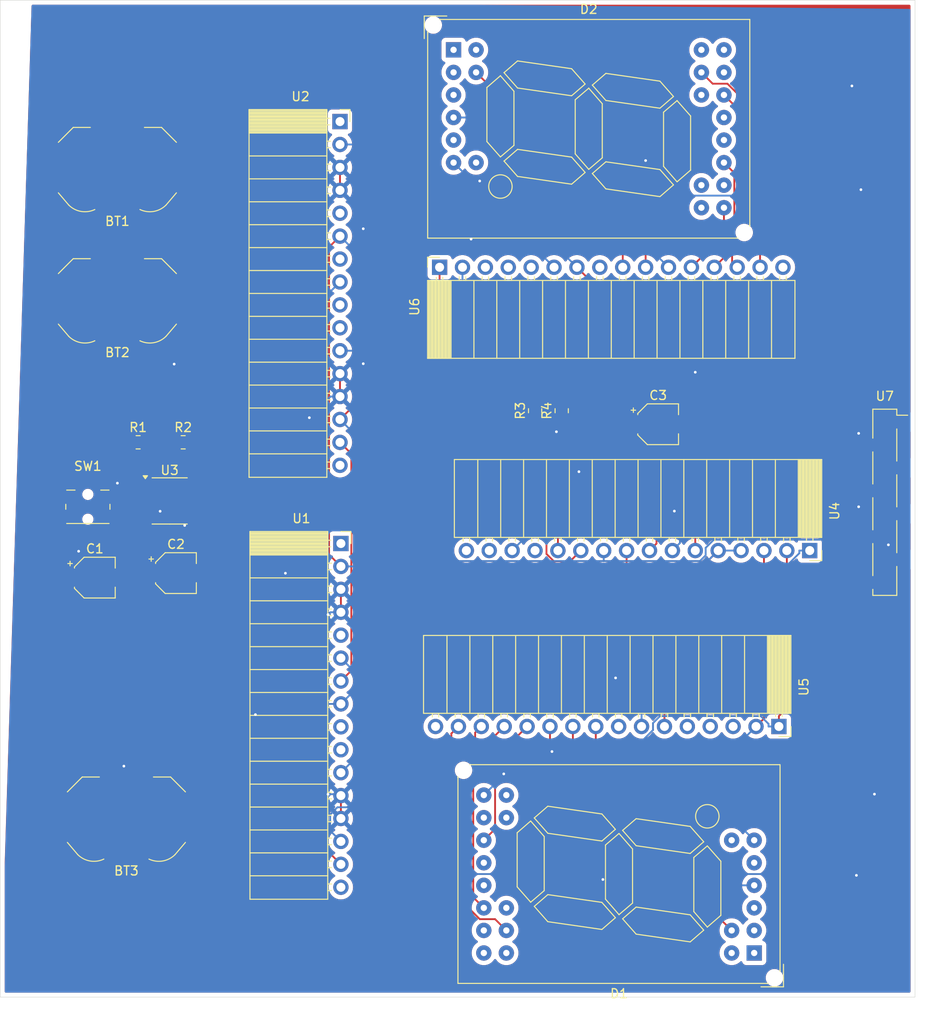
<source format=kicad_pcb>
(kicad_pcb (version 20241229) (generator "pcbnew") (generator_version "9.0")
  (layers (0 "F.Cu" signal) (2 "B.Cu" signal) (13 "F.Paste" user) (15 "B.Paste" user) (5 "F.SilkS" user "F.Silkscreen") (7 "B.SilkS" user "B.Silkscreen") (1 "F.Mask" user) (3 "B.Mask" user) (25 "Edge.Cuts" user))
  (net 0 "")
  (net 1 "GND")
  (net 2 "Net-(BT1--)")
  (net 3 "Net-(BT3--)")
  (net 4 "Net-(U3-CV)")
  (net 5 "Net-(C1-Pad2)")
  (net 6 "Net-(U3-THR)")
  (net 7 "Net-(U4-CO)")
  (net 8 "Net-(U4-VEE)")
  (net 13 "Net-(D1-e-red)")
  (net 15 "Net-(D1-b-red)")
  (net 17 "Net-(D1-c-red)")
  (net 20 "Net-(D1-a-red)")
  (net 22 "Net-(D1-g-red)")
  (net 24 "Net-(D1-d-red)")
  (net 29 "Net-(D1-f-red)")
  (net 31 "Net-(D2-f-red)")
  (net 33 "Net-(D2-b-red)")
  (net 38 "Net-(D2-d-red)")
  (net 39 "Net-(D2-g-red)")
  (net 43 "Net-(D2-e-red)")
  (net 46 "Net-(D2-a-red)")
  (net 47 "Net-(D2-c-red)")
  (net 53 "Net-(U3-R)")
  (net 54 "Net-(U3-DIS)")
  (net 55 "Net-(U4-IOUT)")
  (net 56 "Net-(U7--)")
  (net 57 "Net-(R4-Pad2)")
  (net 59 "Net-(U1-Cout)")
  (net 60 "0")
  (net 62 "Net-(U1-Q1)")
  (net 63 "Net-(U1-CK)")
  (net 64 "Net-(U1-Q4)")
  (net 66 "Net-(U1-Q3)")
  (net 69 "Net-(U1-Q2)")
  (net 70 "Net-(U2-Q4)")
  (net 71 "Net-(U2-Q3)")
  (net 76 "Net-(U2-Q2)")
  (footprint "Battery:BatteryHolder_LINX_BAT-HLD-012-SMT" (layer "F.Cu") (at 95.5 66)
    (property "Reference" "BT1" (at 0 6 0) (layer "F.SilkS"))
    (property "Value" "Battery")
    (pad "1" smd rect (at -7.6 0) (size 2.5 5.1) (layers "F.Cu" "F.Mask" "F.Paste") (net 1 "GND"))
    (pad "1" smd rect (at 7.6 0) (size 2.5 5.1) (layers "F.Cu" "F.Mask" "F.Paste") (net 1 "GND"))
    (pad "2" smd circle (at 0 0) (size 10.2 10.2) (layers "F.Cu" "F.Mask") (net 2 "Net-(BT1--)"))
  )
  (footprint "Connector_PinSocket_2.54mm:PinSocket_1x16_P2.54mm_Horizontal" (layer "F.Cu") (at 131.25 77.1 90)
    (property "Reference" "U6" (at -4.38 -2.77 90) (layer "F.SilkS"))
    (property "Value" "4511")
    (pad "1" thru_hole rect (at 0 0 90) (size 1.7 1.7) (drill 1) (layers "*.Cu" "*.Mask") (net 71 "Net-(U2-Q3)"))
    (pad "2" thru_hole circle (at 0 2.54 90) (size 1.7 1.7) (drill 1) (layers "*.Cu" "*.Mask") (net 76 "Net-(U2-Q2)"))
    (pad "3" thru_hole circle (at 0 5.08 90) (size 1.7 1.7) (drill 1) (layers "*.Cu" "*.Mask"))
    (pad "4" thru_hole circle (at 0 7.62 90) (size 1.7 1.7) (drill 1) (layers "*.Cu" "*.Mask"))
    (pad "5" thru_hole circle (at 0 10.16 90) (size 1.7 1.7) (drill 1) (layers "*.Cu" "*.Mask"))
    (pad "6" thru_hole circle (at 0 12.7 90) (size 1.7 1.7) (drill 1) (layers "*.Cu" "*.Mask") (net 64 "Net-(U1-Q4)"))
    (pad "7" thru_hole circle (at 0 15.24 90) (size 1.7 1.7) (drill 1) (layers "*.Cu" "*.Mask") (net 70 "Net-(U2-Q4)"))
    (pad "8" thru_hole circle (at 0 17.78 90) (size 1.7 1.7) (drill 1) (layers "*.Cu" "*.Mask"))
    (pad "9" thru_hole circle (at 0 20.32 90) (size 1.7 1.7) (drill 1) (layers "*.Cu" "*.Mask") (net 43 "Net-(D2-e-red)"))
    (pad "10" thru_hole circle (at 0 22.86 90) (size 1.7 1.7) (drill 1) (layers "*.Cu" "*.Mask") (net 38 "Net-(D2-d-red)"))
    (pad "11" thru_hole circle (at 0 25.4 90) (size 1.7 1.7) (drill 1) (layers "*.Cu" "*.Mask") (net 47 "Net-(D2-c-red)"))
    (pad "12" thru_hole circle (at 0 27.94 90) (size 1.7 1.7) (drill 1) (layers "*.Cu" "*.Mask") (net 33 "Net-(D2-b-red)"))
    (pad "13" thru_hole circle (at 0 30.48 90) (size 1.7 1.7) (drill 1) (layers "*.Cu" "*.Mask") (net 46 "Net-(D2-a-red)"))
    (pad "14" thru_hole circle (at 0 33.02 90) (size 1.7 1.7) (drill 1) (layers "*.Cu" "*.Mask") (net 39 "Net-(D2-g-red)"))
    (pad "15" thru_hole circle (at 0 35.56 90) (size 1.7 1.7) (drill 1) (layers "*.Cu" "*.Mask") (net 31 "Net-(D2-f-red)"))
    (pad "16" thru_hole circle (at 0 38.1 90) (size 1.7 1.7) (drill 1) (layers "*.Cu" "*.Mask"))
  )
  (footprint "Connector_PinSocket_2.54mm:PinSocket_1x16_P2.54mm_Horizontal" (layer "F.Cu") (at 168.9 128 -90)
    (property "Reference" "U5" (at -4.38 -2.77 90) (layer "F.SilkS"))
    (property "Value" "4511")
    (pad "1" thru_hole rect (at 0 0 270) (size 1.7 1.7) (drill 1) (layers "*.Cu" "*.Mask") (net 69 "Net-(U1-Q2)"))
    (pad "2" thru_hole circle (at 0 2.54 270) (size 1.7 1.7) (drill 1) (layers "*.Cu" "*.Mask") (net 66 "Net-(U1-Q3)"))
    (pad "3" thru_hole circle (at 0 5.08 270) (size 1.7 1.7) (drill 1) (layers "*.Cu" "*.Mask"))
    (pad "4" thru_hole circle (at 0 7.62 270) (size 1.7 1.7) (drill 1) (layers "*.Cu" "*.Mask"))
    (pad "5" thru_hole circle (at 0 10.16 270) (size 1.7 1.7) (drill 1) (layers "*.Cu" "*.Mask"))
    (pad "6" thru_hole circle (at 0 12.7 270) (size 1.7 1.7) (drill 1) (layers "*.Cu" "*.Mask") (net 64 "Net-(U1-Q4)"))
    (pad "7" thru_hole circle (at 0 15.24 270) (size 1.7 1.7) (drill 1) (layers "*.Cu" "*.Mask") (net 62 "Net-(U1-Q1)"))
    (pad "8" thru_hole circle (at 0 17.78 270) (size 1.7 1.7) (drill 1) (layers "*.Cu" "*.Mask"))
    (pad "9" thru_hole circle (at 0 20.32 270) (size 1.7 1.7) (drill 1) (layers "*.Cu" "*.Mask") (net 13 "Net-(D1-e-red)"))
    (pad "10" thru_hole circle (at 0 22.86 270) (size 1.7 1.7) (drill 1) (layers "*.Cu" "*.Mask") (net 24 "Net-(D1-d-red)"))
    (pad "11" thru_hole circle (at 0 25.4 270) (size 1.7 1.7) (drill 1) (layers "*.Cu" "*.Mask") (net 17 "Net-(D1-c-red)"))
    (pad "12" thru_hole circle (at 0 27.94 270) (size 1.7 1.7) (drill 1) (layers "*.Cu" "*.Mask") (net 15 "Net-(D1-b-red)"))
    (pad "13" thru_hole circle (at 0 30.48 270) (size 1.7 1.7) (drill 1) (layers "*.Cu" "*.Mask") (net 20 "Net-(D1-a-red)"))
    (pad "14" thru_hole circle (at 0 33.02 270) (size 1.7 1.7) (drill 1) (layers "*.Cu" "*.Mask") (net 22 "Net-(D1-g-red)"))
    (pad "15" thru_hole circle (at 0 35.56 270) (size 1.7 1.7) (drill 1) (layers "*.Cu" "*.Mask") (net 29 "Net-(D1-f-red)"))
    (pad "16" thru_hole circle (at 0 38.1 270) (size 1.7 1.7) (drill 1) (layers "*.Cu" "*.Mask"))
  )
  (footprint "Capacitor_SMD:CP_Elec_4x5.8" (layer "F.Cu") (at 102 111)
    (property "Reference" "C2" (at 0 -3.2 0) (layer "F.SilkS"))
    (property "Value" "C")
    (pad "1" smd roundrect (at -1.8 0) (size 2.6 1.6) (layers "F.Cu" "F.Mask" "F.Paste") (roundrect_rratio 0.15625) (net 6 "Net-(U3-THR)"))
    (pad "2" smd roundrect (at 1.8 0) (size 2.6 1.6) (layers "F.Cu" "F.Mask" "F.Paste") (roundrect_rratio 0.15625) (net 5 "Net-(C1-Pad2)"))
  )
  (footprint "Battery:BatteryHolder_LINX_BAT-HLD-012-SMT" (layer "F.Cu") (at 96.5 138)
    (property "Reference" "BT3" (at 0 6 0) (layer "F.SilkS"))
    (property "Value" "Battery")
    (pad "1" smd rect (at -7.6 0) (size 2.5 5.1) (layers "F.Cu" "F.Mask" "F.Paste") (net 1 "GND"))
    (pad "1" smd rect (at 7.6 0) (size 2.5 5.1) (layers "F.Cu" "F.Mask" "F.Paste") (net 1 "GND"))
    (pad "2" smd circle (at 0 0) (size 10.2 10.2) (layers "F.Cu" "F.Mask") (net 3 "Net-(BT3--)"))
  )
  (footprint "Battery:BatteryHolder_LINX_BAT-HLD-012-SMT" (layer "F.Cu") (at 95.5 80.55)
    (property "Reference" "BT2" (at 0 6 0) (layer "F.SilkS"))
    (property "Value" "Battery")
    (pad "1" smd rect (at -7.6 0) (size 2.5 5.1) (layers "F.Cu" "F.Mask" "F.Paste") (net 1 "GND"))
    (pad "1" smd rect (at 7.6 0) (size 2.5 5.1) (layers "F.Cu" "F.Mask" "F.Paste") (net 1 "GND"))
    (pad "2" smd circle (at 0 0) (size 10.2 10.2) (layers "F.Cu" "F.Mask") (net 2 "Net-(BT1--)"))
  )
  (footprint "Resistor_SMD:R_0805_2012Metric_Pad1.20x1.40mm_HandSolder" (layer "F.Cu") (at 97.8 96.5)
    (property "Reference" "R1" (at 0 -1.65 0) (layer "F.SilkS"))
    (property "Value" "R")
    (pad "1" smd roundrect (at -1 0) (size 1.2 1.4) (layers "F.Cu" "F.Mask" "F.Paste") (roundrect_rratio 0.208333) (net 3 "Net-(BT3--)"))
    (pad "2" smd roundrect (at 1 0) (size 1.2 1.4) (layers "F.Cu" "F.Mask" "F.Paste") (roundrect_rratio 0.208333) (net 53 "Net-(U3-R)"))
  )
  (footprint "Resistor_SMD:R_0805_2012Metric_Pad1.20x1.40mm_HandSolder" (layer "F.Cu") (at 102.8 96.5)
    (property "Reference" "R2" (at 0 -1.65 0) (layer "F.SilkS"))
    (property "Value" "R")
    (pad "1" smd roundrect (at -1 0) (size 1.2 1.4) (layers "F.Cu" "F.Mask" "F.Paste") (roundrect_rratio 0.208333) (net 3 "Net-(BT3--)"))
    (pad "2" smd roundrect (at 1 0) (size 1.2 1.4) (layers "F.Cu" "F.Mask" "F.Paste") (roundrect_rratio 0.208333) (net 54 "Net-(U3-DIS)"))
  )
  (footprint "Connector_PinSocket_2.54mm:PinSocket_1x16_P2.54mm_Horizontal" (layer "F.Cu") (at 120.2 60.95)
    (property "Reference" "U2" (at -4.38 -2.77 0) (layer "F.SilkS"))
    (property "Value" "4029")
    (pad "1" thru_hole rect (at 0 0) (size 1.7 1.7) (drill 1) (layers "*.Cu" "*.Mask"))
    (pad "2" thru_hole circle (at 0 2.54) (size 1.7 1.7) (drill 1) (layers "*.Cu" "*.Mask") (net 70 "Net-(U2-Q4)"))
    (pad "3" thru_hole circle (at 0 5.08) (size 1.7 1.7) (drill 1) (layers "*.Cu" "*.Mask") (net 60 "0"))
    (pad "4" thru_hole circle (at 0 7.62) (size 1.7 1.7) (drill 1) (layers "*.Cu" "*.Mask") (net 60 "0"))
    (pad "5" thru_hole circle (at 0 10.16) (size 1.7 1.7) (drill 1) (layers "*.Cu" "*.Mask"))
    (pad "6" thru_hole circle (at 0 12.7) (size 1.7 1.7) (drill 1) (layers "*.Cu" "*.Mask") (net 64 "Net-(U1-Q4)"))
    (pad "7" thru_hole circle (at 0 15.24) (size 1.7 1.7) (drill 1) (layers "*.Cu" "*.Mask"))
    (pad "8" thru_hole circle (at 0 17.78) (size 1.7 1.7) (drill 1) (layers "*.Cu" "*.Mask") (net 3 "Net-(BT3--)"))
    (pad "9" thru_hole circle (at 0 20.32) (size 1.7 1.7) (drill 1) (layers "*.Cu" "*.Mask"))
    (pad "10" thru_hole circle (at 0 22.86) (size 1.7 1.7) (drill 1) (layers "*.Cu" "*.Mask"))
    (pad "11" thru_hole circle (at 0 25.4) (size 1.7 1.7) (drill 1) (layers "*.Cu" "*.Mask") (net 76 "Net-(U2-Q2)"))
    (pad "12" thru_hole circle (at 0 27.94) (size 1.7 1.7) (drill 1) (layers "*.Cu" "*.Mask") (net 60 "0"))
    (pad "13" thru_hole circle (at 0 30.48) (size 1.7 1.7) (drill 1) (layers "*.Cu" "*.Mask") (net 60 "0"))
    (pad "14" thru_hole circle (at 0 33.02) (size 1.7 1.7) (drill 1) (layers "*.Cu" "*.Mask") (net 71 "Net-(U2-Q3)"))
    (pad "15" thru_hole circle (at 0 35.56) (size 1.7 1.7) (drill 1) (layers "*.Cu" "*.Mask") (net 59 "Net-(U1-Cout)"))
    (pad "16" thru_hole circle (at 0 38.1) (size 1.7 1.7) (drill 1) (layers "*.Cu" "*.Mask"))
  )
  (footprint "Display_7Segment:AD-121F2" (layer "F.Cu") (at 132.8 53)
    (property "Reference" "D2" (at 15 -4.5 0) (layer "F.SilkS"))
    (property "Value" "AD-121F2")
    (pad "" np_thru_hole circle (at -2.25 -2.75) (size 1.45 1.45) (drill 1.45) (layers "*.Cu" "*.Mask"))
    (pad "" np_thru_hole circle (at 32.25 20.25) (size 1.45 1.45) (drill 1.45) (layers "*.Cu" "*.Mask"))
    (pad "1" thru_hole rect (at 0 0) (size 1.7 1.7) (drill 0.7) (layers "*.Cu" "*.Mask"))
    (pad "2" thru_hole circle (at 0 2.5) (size 1.7 1.7) (drill 0.7) (layers "*.Cu" "*.Mask"))
    (pad "3" thru_hole circle (at 0 5) (size 1.7 1.7) (drill 0.7) (layers "*.Cu" "*.Mask"))
    (pad "4" thru_hole circle (at 0 7.5) (size 1.7 1.7) (drill 0.7) (layers "*.Cu" "*.Mask") (net 38 "Net-(D2-d-red)"))
    (pad "5" thru_hole circle (at 0 10) (size 1.7 1.7) (drill 0.7) (layers "*.Cu" "*.Mask"))
    (pad "6" thru_hole circle (at 0 12.5) (size 1.7 1.7) (drill 0.7) (layers "*.Cu" "*.Mask") (net 47 "Net-(D2-c-red)"))
    (pad "9" thru_hole circle (at 2.5 0) (size 1.7 1.7) (drill 0.7) (layers "*.Cu" "*.Mask"))
    (pad "10" thru_hole circle (at 2.5 2.5) (size 1.7 1.7) (drill 0.7) (layers "*.Cu" "*.Mask") (net 43 "Net-(D2-e-red)"))
    (pad "11" thru_hole circle (at 2.5 12.5) (size 1.7 1.7) (drill 0.7) (layers "*.Cu" "*.Mask"))
    (pad "13" thru_hole circle (at 27.5 0) (size 1.7 1.7) (drill 0.7) (layers "*.Cu" "*.Mask"))
    (pad "14" thru_hole circle (at 27.5 2.5) (size 1.7 1.7) (drill 0.7) (layers "*.Cu" "*.Mask") (net 31 "Net-(D2-f-red)"))
    (pad "15" thru_hole circle (at 27.5 5) (size 1.7 1.7) (drill 0.7) (layers "*.Cu" "*.Mask"))
    (pad "16" thru_hole circle (at 27.5 15) (size 1.7 1.7) (drill 0.7) (layers "*.Cu" "*.Mask"))
    (pad "17" thru_hole circle (at 27.5 17.5) (size 1.7 1.7) (drill 0.7) (layers "*.Cu" "*.Mask"))
    (pad "18" thru_hole circle (at 30 0) (size 1.7 1.7) (drill 0.7) (layers "*.Cu" "*.Mask"))
    (pad "19" thru_hole circle (at 30 2.5) (size 1.7 1.7) (drill 0.7) (layers "*.Cu" "*.Mask"))
    (pad "20" thru_hole circle (at 30 5) (size 1.7 1.7) (drill 0.7) (layers "*.Cu" "*.Mask") (net 39 "Net-(D2-g-red)"))
    (pad "21" thru_hole circle (at 30 7.5) (size 1.7 1.7) (drill 0.7) (layers "*.Cu" "*.Mask"))
    (pad "22" thru_hole circle (at 30 10) (size 1.7 1.7) (drill 0.7) (layers "*.Cu" "*.Mask"))
    (pad "23" thru_hole circle (at 30 12.5) (size 1.7 1.7) (drill 0.7) (layers "*.Cu" "*.Mask") (net 46 "Net-(D2-a-red)"))
    (pad "24" thru_hole circle (at 30 15) (size 1.7 1.7) (drill 0.7) (layers "*.Cu" "*.Mask"))
    (pad "25" thru_hole circle (at 30 17.5) (size 1.7 1.7) (drill 0.7) (layers "*.Cu" "*.Mask") (net 33 "Net-(D2-b-red)"))
  )
  (footprint "Connector_PinSocket_2.54mm:PinSocket_1x08_P2.54mm_Vertical_SMD_Pin1Right" (layer "F.Cu") (at 180.65 103.15)
    (property "Reference" "U7" (at 0 -11.76 0) (layer "F.SilkS"))
    (property "Value" "LM741")
    (pad "1" smd rect (at 1.65 -8.89) (size 1.9 1) (layers "F.Cu" "F.Mask" "F.Paste"))
    (pad "2" smd rect (at -1.65 -6.35) (size 1.9 1) (layers "F.Cu" "F.Mask" "F.Paste") (net 56 "Net-(U7--)"))
    (pad "3" smd rect (at 1.65 -3.81) (size 1.9 1) (layers "F.Cu" "F.Mask" "F.Paste") (net 1 "GND"))
    (pad "4" smd rect (at -1.65 -1.27) (size 1.9 1) (layers "F.Cu" "F.Mask" "F.Paste") (net 1 "GND"))
    (pad "5" smd rect (at 1.65 1.27) (size 1.9 1) (layers "F.Cu" "F.Mask" "F.Paste"))
    (pad "6" smd rect (at -1.65 3.81) (size 1.9 1) (layers "F.Cu" "F.Mask" "F.Paste") (net 57 "Net-(R4-Pad2)"))
    (pad "7" smd rect (at 1.65 6.35) (size 1.9 1) (layers "F.Cu" "F.Mask" "F.Paste") (net 2 "Net-(BT1--)"))
    (pad "8" smd rect (at -1.65 8.89) (size 1.9 1) (layers "F.Cu" "F.Mask" "F.Paste"))
  )
  (footprint "Package_SO:SOIC-8_3.9x4.9mm_P1.27mm" (layer "F.Cu") (at 101.3 103)
    (property "Reference" "U3" (at 0 -3.4 0) (layer "F.SilkS"))
    (property "Value" "NE555D")
    (pad "1" smd roundrect (at -2.475 -1.905) (size 1.95 0.6) (layers "F.Cu" "F.Mask" "F.Paste") (net 1 "GND"))
    (pad "2" smd roundrect (at -2.475 -0.635) (size 1.95 0.6) (layers "F.Cu" "F.Mask" "F.Paste") (net 3 "Net-(BT3--)"))
    (pad "3" smd roundrect (at -2.475 0.635) (size 1.95 0.6) (layers "F.Cu" "F.Mask" "F.Paste") (net 63 "Net-(U1-CK)"))
    (pad "4" smd roundrect (at -2.475 1.905) (size 1.95 0.6) (layers "F.Cu" "F.Mask" "F.Paste") (net 53 "Net-(U3-R)"))
    (pad "5" smd roundrect (at 2.475 1.905) (size 1.95 0.6) (layers "F.Cu" "F.Mask" "F.Paste") (net 4 "Net-(U3-CV)"))
    (pad "6" smd roundrect (at 2.475 0.635) (size 1.95 0.6) (layers "F.Cu" "F.Mask" "F.Paste") (net 6 "Net-(U3-THR)"))
    (pad "7" smd roundrect (at 2.475 -0.635) (size 1.95 0.6) (layers "F.Cu" "F.Mask" "F.Paste") (net 54 "Net-(U3-DIS)"))
    (pad "8" smd roundrect (at 2.475 -1.905) (size 1.95 0.6) (layers "F.Cu" "F.Mask" "F.Paste") (net 3 "Net-(BT3--)"))
  )
  (footprint "Capacitor_SMD:CP_Elec_4x5.8" (layer "F.Cu") (at 93 111.5)
    (property "Reference" "C1" (at 0 -3.2 0) (layer "F.SilkS"))
    (property "Value" "C")
    (pad "1" smd roundrect (at -1.8 0) (size 2.6 1.6) (layers "F.Cu" "F.Mask" "F.Paste") (roundrect_rratio 0.15625) (net 4 "Net-(U3-CV)"))
    (pad "2" smd roundrect (at 1.8 0) (size 2.6 1.6) (layers "F.Cu" "F.Mask" "F.Paste") (roundrect_rratio 0.15625) (net 5 "Net-(C1-Pad2)"))
  )
  (footprint "Capacitor_SMD:CP_Elec_4x5.8" (layer "F.Cu") (at 155.5 94.5)
    (property "Reference" "C3" (at 0 -3.2 0) (layer "F.SilkS"))
    (property "Value" "C")
    (pad "1" smd roundrect (at -1.8 0) (size 2.6 1.6) (layers "F.Cu" "F.Mask" "F.Paste") (roundrect_rratio 0.15625) (net 7 "Net-(U4-CO)"))
    (pad "2" smd roundrect (at 1.8 0) (size 2.6 1.6) (layers "F.Cu" "F.Mask" "F.Paste") (roundrect_rratio 0.15625) (net 8 "Net-(U4-VEE)"))
  )
  (footprint "Display_7Segment:AD-121F2" (layer "F.Cu") (at 166.1575 153.1075 180)
    (property "Reference" "D1" (at 15 -4.5 0) (layer "F.SilkS"))
    (property "Value" "AD-121F2")
    (pad "" np_thru_hole circle (at -2.25 -2.75 180) (size 1.45 1.45) (drill 1.45) (layers "*.Cu" "*.Mask"))
    (pad "" np_thru_hole circle (at 32.25 20.25 180) (size 1.45 1.45) (drill 1.45) (layers "*.Cu" "*.Mask"))
    (pad "1" thru_hole rect (at 0 0 180) (size 1.7 1.7) (drill 0.7) (layers "*.Cu" "*.Mask"))
    (pad "2" thru_hole circle (at 0 2.5 180) (size 1.7 1.7) (drill 0.7) (layers "*.Cu" "*.Mask"))
    (pad "3" thru_hole circle (at 0 5 180) (size 1.7 1.7) (drill 0.7) (layers "*.Cu" "*.Mask"))
    (pad "4" thru_hole circle (at 0 7.5 180) (size 1.7 1.7) (drill 0.7) (layers "*.Cu" "*.Mask") (net 24 "Net-(D1-d-red)"))
    (pad "5" thru_hole circle (at 0 10 180) (size 1.7 1.7) (drill 0.7) (layers "*.Cu" "*.Mask"))
    (pad "6" thru_hole circle (at 0 12.5 180) (size 1.7 1.7) (drill 0.7) (layers "*.Cu" "*.Mask") (net 17 "Net-(D1-c-red)"))
    (pad "9" thru_hole circle (at 2.5 0 180) (size 1.7 1.7) (drill 0.7) (layers "*.Cu" "*.Mask"))
    (pad "10" thru_hole circle (at 2.5 2.5 180) (size 1.7 1.7) (drill 0.7) (layers "*.Cu" "*.Mask") (net 13 "Net-(D1-e-red)"))
    (pad "11" thru_hole circle (at 2.5 12.5 180) (size 1.7 1.7) (drill 0.7) (layers "*.Cu" "*.Mask"))
    (pad "13" thru_hole circle (at 27.5 0 180) (size 1.7 1.7) (drill 0.7) (layers "*.Cu" "*.Mask"))
    (pad "14" thru_hole circle (at 27.5 2.5 180) (size 1.7 1.7) (drill 0.7) (layers "*.Cu" "*.Mask") (net 29 "Net-(D1-f-red)"))
    (pad "15" thru_hole circle (at 27.5 5 180) (size 1.7 1.7) (drill 0.7) (layers "*.Cu" "*.Mask"))
    (pad "16" thru_hole circle (at 27.5 15 180) (size 1.7 1.7) (drill 0.7) (layers "*.Cu" "*.Mask"))
    (pad "17" thru_hole circle (at 27.5 17.5 180) (size 1.7 1.7) (drill 0.7) (layers "*.Cu" "*.Mask"))
    (pad "18" thru_hole circle (at 30 0 180) (size 1.7 1.7) (drill 0.7) (layers "*.Cu" "*.Mask"))
    (pad "19" thru_hole circle (at 30 2.5 180) (size 1.7 1.7) (drill 0.7) (layers "*.Cu" "*.Mask"))
    (pad "20" thru_hole circle (at 30 5 180) (size 1.7 1.7) (drill 0.7) (layers "*.Cu" "*.Mask") (net 22 "Net-(D1-g-red)"))
    (pad "21" thru_hole circle (at 30 7.5 180) (size 1.7 1.7) (drill 0.7) (layers "*.Cu" "*.Mask"))
    (pad "22" thru_hole circle (at 30 10 180) (size 1.7 1.7) (drill 0.7) (layers "*.Cu" "*.Mask"))
    (pad "23" thru_hole circle (at 30 12.5 180) (size 1.7 1.7) (drill 0.7) (layers "*.Cu" "*.Mask") (net 20 "Net-(D1-a-red)"))
    (pad "24" thru_hole circle (at 30 15 180) (size 1.7 1.7) (drill 0.7) (layers "*.Cu" "*.Mask"))
    (pad "25" thru_hole circle (at 30 17.5 180) (size 1.7 1.7) (drill 0.7) (layers "*.Cu" "*.Mask") (net 15 "Net-(D1-b-red)"))
  )
  (footprint "Resistor_SMD:R_0805_2012Metric_Pad1.20x1.40mm_HandSolder" (layer "F.Cu") (at 144.8 93 90)
    (property "Reference" "R4" (at 0 -1.65 90) (layer "F.SilkS"))
    (property "Value" "R")
    (pad "1" smd roundrect (at -1 0 90) (size 1.2 1.4) (layers "F.Cu" "F.Mask" "F.Paste") (roundrect_rratio 0.208333) (net 56 "Net-(U7--)"))
    (pad "2" smd roundrect (at 1 0 90) (size 1.2 1.4) (layers "F.Cu" "F.Mask" "F.Paste") (roundrect_rratio 0.208333) (net 57 "Net-(R4-Pad2)"))
  )
  (footprint "Button_Switch_SMD:Panasonic_EVQPUM_EVQPUD" (layer "F.Cu") (at 92.225 103.65)
    (property "Reference" "SW1" (at 0 -4.5 0) (layer "F.SilkS"))
    (property "Value" "SW_Push")
    (pad "" np_thru_hole circle (at 0 -1.375 180) (size 0.75 0.75) (drill 0.75) (layers "*.Cu" "*.Mask"))
    (pad "" np_thru_hole circle (at 0 1.375 180) (size 0.75 0.75) (drill 0.75) (layers "*.Cu" "*.Mask"))
    (pad "1" smd rect (at -2.575 -0.85 180) (size 1.45 1) (layers "F.Cu" "F.Mask" "F.Paste") (net 53 "Net-(U3-R)"))
    (pad "1" smd rect (at 2.575 -0.85 180) (size 1.45 1) (layers "F.Cu" "F.Mask" "F.Paste") (net 53 "Net-(U3-R)"))
    (pad "2" smd rect (at -2.575 0.85 180) (size 1.45 1) (layers "F.Cu" "F.Mask" "F.Paste") (net 5 "Net-(C1-Pad2)"))
    (pad "2" smd rect (at 2.575 0.85 180) (size 1.45 1) (layers "F.Cu" "F.Mask" "F.Paste") (net 5 "Net-(C1-Pad2)"))
  )
  (footprint "Connector_PinSocket_2.54mm:PinSocket_1x16_P2.54mm_Horizontal" (layer "F.Cu") (at 172.32 108.5 -90)
    (property "Reference" "U4" (at -4.38 -2.77 90) (layer "F.SilkS"))
    (property "Value" "~")
    (pad "1" thru_hole rect (at 0 0 270) (size 1.7 1.7) (drill 1) (layers "*.Cu" "*.Mask") (net 62 "Net-(U1-Q1)"))
    (pad "2" thru_hole circle (at 0 2.54 270) (size 1.7 1.7) (drill 1) (layers "*.Cu" "*.Mask") (net 69 "Net-(U1-Q2)"))
    (pad "3" thru_hole circle (at 0 5.08 270) (size 1.7 1.7) (drill 1) (layers "*.Cu" "*.Mask") (net 66 "Net-(U1-Q3)"))
    (pad "4" thru_hole circle (at 0 7.62 270) (size 1.7 1.7) (drill 1) (layers "*.Cu" "*.Mask") (net 64 "Net-(U1-Q4)"))
    (pad "5" thru_hole circle (at 0 10.16 270) (size 1.7 1.7) (drill 1) (layers "*.Cu" "*.Mask") (net 64 "Net-(U1-Q4)"))
    (pad "6" thru_hole circle (at 0 12.7 270) (size 1.7 1.7) (drill 1) (layers "*.Cu" "*.Mask") (net 76 "Net-(U2-Q2)"))
    (pad "7" thru_hole circle (at 0 15.24 270) (size 1.7 1.7) (drill 1) (layers "*.Cu" "*.Mask") (net 71 "Net-(U2-Q3)"))
    (pad "8" thru_hole circle (at 0 17.78 270) (size 1.7 1.7) (drill 1) (layers "*.Cu" "*.Mask") (net 70 "Net-(U2-Q4)"))
    (pad "9" thru_hole circle (at 0 20.32 270) (size 1.7 1.7) (drill 1) (layers "*.Cu" "*.Mask") (net 3 "Net-(BT3--)"))
    (pad "10" thru_hole circle (at 0 22.86 270) (size 1.7 1.7) (drill 1) (layers "*.Cu" "*.Mask") (net 2 "Net-(BT1--)"))
    (pad "11" thru_hole circle (at 0 25.4 270) (size 1.7 1.7) (drill 1) (layers "*.Cu" "*.Mask") (net 55 "Net-(U4-IOUT)"))
    (pad "12" thru_hole circle (at 0 27.94 270) (size 1.7 1.7) (drill 1) (layers "*.Cu" "*.Mask") (net 7 "Net-(U4-CO)"))
    (pad "13" thru_hole circle (at 0 30.48 270) (size 1.7 1.7) (drill 1) (layers "*.Cu" "*.Mask"))
    (pad "14" thru_hole circle (at 0 33.02 270) (size 1.7 1.7) (drill 1) (layers "*.Cu" "*.Mask") (net 8 "Net-(U4-VEE)"))
    (pad "15" thru_hole circle (at 0 35.56 270) (size 1.7 1.7) (drill 1) (layers "*.Cu" "*.Mask"))
    (pad "16" thru_hole circle (at 0 38.1 270) (size 1.7 1.7) (drill 1) (layers "*.Cu" "*.Mask"))
  )
  (footprint "Connector_PinSocket_2.54mm:PinSocket_1x16_P2.54mm_Horizontal" (layer "F.Cu") (at 120.3 107.72)
    (property "Reference" "U1" (at -4.38 -2.77 0) (layer "F.SilkS"))
    (property "Value" "4029")
    (pad "1" thru_hole rect (at 0 0) (size 1.7 1.7) (drill 1) (layers "*.Cu" "*.Mask"))
    (pad "2" thru_hole circle (at 0 2.54) (size 1.7 1.7) (drill 1) (layers "*.Cu" "*.Mask") (net 64 "Net-(U1-Q4)"))
    (pad "3" thru_hole circle (at 0 5.08) (size 1.7 1.7) (drill 1) (layers "*.Cu" "*.Mask") (net 60 "0"))
    (pad "4" thru_hole circle (at 0 7.62) (size 1.7 1.7) (drill 1) (layers "*.Cu" "*.Mask") (net 60 "0"))
    (pad "5" thru_hole circle (at 0 10.16) (size 1.7 1.7) (drill 1) (layers "*.Cu" "*.Mask"))
    (pad "6" thru_hole circle (at 0 12.7) (size 1.7 1.7) (drill 1) (layers "*.Cu" "*.Mask") (net 62 "Net-(U1-Q1)"))
    (pad "7" thru_hole circle (at 0 15.24) (size 1.7 1.7) (drill 1) (layers "*.Cu" "*.Mask") (net 59 "Net-(U1-Cout)"))
    (pad "8" thru_hole circle (at 0 17.78) (size 1.7 1.7) (drill 1) (layers "*.Cu" "*.Mask") (net 3 "Net-(BT3--)"))
    (pad "9" thru_hole circle (at 0 20.32) (size 1.7 1.7) (drill 1) (layers "*.Cu" "*.Mask"))
    (pad "10" thru_hole circle (at 0 22.86) (size 1.7 1.7) (drill 1) (layers "*.Cu" "*.Mask"))
    (pad "11" thru_hole circle (at 0 25.4) (size 1.7 1.7) (drill 1) (layers "*.Cu" "*.Mask") (net 69 "Net-(U1-Q2)"))
    (pad "12" thru_hole circle (at 0 27.94) (size 1.7 1.7) (drill 1) (layers "*.Cu" "*.Mask") (net 60 "0"))
    (pad "13" thru_hole circle (at 0 30.48) (size 1.7 1.7) (drill 1) (layers "*.Cu" "*.Mask") (net 60 "0"))
    (pad "14" thru_hole circle (at 0 33.02) (size 1.7 1.7) (drill 1) (layers "*.Cu" "*.Mask") (net 66 "Net-(U1-Q3)"))
    (pad "15" thru_hole circle (at 0 35.56) (size 1.7 1.7) (drill 1) (layers "*.Cu" "*.Mask") (net 63 "Net-(U1-CK)"))
    (pad "16" thru_hole circle (at 0 38.1) (size 1.7 1.7) (drill 1) (layers "*.Cu" "*.Mask"))
  )
  (footprint "Resistor_SMD:R_0805_2012Metric_Pad1.20x1.40mm_HandSolder" (layer "F.Cu") (at 141.85 93 90)
    (property "Reference" "R3" (at 0 -1.65 90) (layer "F.SilkS"))
    (property "Value" "R")
    (pad "1" smd roundrect (at -1 0 90) (size 1.2 1.4) (layers "F.Cu" "F.Mask" "F.Paste") (roundrect_rratio 0.208333) (net 55 "Net-(U4-IOUT)"))
    (pad "2" smd roundrect (at 1 0 90) (size 1.2 1.4) (layers "F.Cu" "F.Mask" "F.Paste") (roundrect_rratio 0.208333) (net 56 "Net-(U7--)"))
  )
  (gr_rect (start 82.5 47.5) (end 184 158) (stroke (width 0.05)) (fill no) (layer "Edge.Cuts"))
  (via (at 177 57) (size 0.6) (drill 0.3) (layers "F.Cu" "B.Cu") (net 1))
  (via (at 179.5 135.5) (size 0.6) (drill 0.3) (layers "F.Cu" "B.Cu") (net 1))
  (segment (start 181.0483 109.5) (end 181.0483 107.8673) (width 0.2) (layer "F.Cu") (net 2))
  (segment (start 95.5 66) (end 95.5 80.55) (width 0.2) (layer "F.Cu") (net 2))
  (segment (start 95.5 80.55) (end 95.5 101.0289) (width 0.2) (layer "F.Cu") (net 2))
  (segment (start 182.3 109.5) (end 181.0483 109.5) (width 0.2) (layer "F.Cu") (net 2))
  (via (at 95.5 101.0289) (size 0.6) (drill 0.3) (layers "F.Cu" "B.Cu") (net 2))
  (via (at 181.0483 107.8673) (size 0.6) (drill 0.3) (layers "F.Cu" "B.Cu") (net 2))
  (segment (start 180.4753 107.2943) (end 161.6787 107.2943) (width 0.2) (layer "B.Cu") (net 2))
  (segment (start 160.1376 109.6644) (end 149.46 109.6644) (width 0.2) (layer "B.Cu") (net 2))
  (segment (start 160.7717 108.2013) (end 160.7717 109.0303) (width 0.2) (layer "B.Cu") (net 2))
  (segment (start 149.46 109.6644) (end 127.2742 109.6644) (width 0.2) (layer "B.Cu") (net 2))
  (segment (start 149.46 108.5) (end 149.46 109.6644) (width 0.2) (layer "B.Cu") (net 2))
  (segment (start 127.2742 109.6644) (end 118.6387 101.0289) (width 0.2) (layer "B.Cu") (net 2))
  (segment (start 118.6387 101.0289) (end 95.5 101.0289) (width 0.2) (layer "B.Cu") (net 2))
  (segment (start 160.7717 109.0303) (end 160.1376 109.6644) (width 0.2) (layer "B.Cu") (net 2))
  (segment (start 181.0483 107.8673) (end 180.4753 107.2943) (width 0.2) (layer "B.Cu") (net 2))
  (segment (start 161.6787 107.2943) (end 160.7717 108.2013) (width 0.2) (layer "B.Cu") (net 2))
  (segment (start 101.8 96.5) (end 102.2192 96.9192) (width 0.2) (layer "F.Cu") (net 3))
  (segment (start 101.5528 101.7614) (end 100.9492 102.365) (width 0.2) (layer "F.Cu") (net 3))
  (segment (start 152 121.3951) (end 150.7772 122.6179) (width 0.2) (layer "F.Cu") (net 3))
  (segment (start 102.2192 96.9192) (end 102.2192 101.095) (width 0.2) (layer "F.Cu") (net 3))
  (segment (start 101.5528 101.7614) (end 102.7914 103) (width 0.2) (layer "F.Cu") (net 3))
  (segment (start 96.5 132.676) (end 96.5 138) (width 0.2) (layer "F.Cu") (net 3))
  (segment (start 110.8164 109) (end 110.8164 126.685) (width 0.2) (layer "F.Cu") (net 3))
  (segment (start 101.8 87.8331) (end 101.8 96.5) (width 0.2) (layer "F.Cu") (net 3))
  (segment (start 100.9492 102.365) (end 98.825 102.365) (width 0.2) (layer "F.Cu") (net 3))
  (segment (start 96.2202 132.3962) (end 96.5 132.676) (width 0.2) (layer "F.Cu") (net 3))
  (segment (start 100.7408 95.4408) (end 101.8 96.5) (width 0.2) (layer "F.Cu") (net 3))
  (segment (start 97.8592 95.4408) (end 100.7408 95.4408) (width 0.2) (layer "F.Cu") (net 3))
  (segment (start 102.7914 103) (end 104.8164 103) (width 0.2) (layer "F.Cu") (net 3))
  (segment (start 96.8 96.5) (end 97.8592 95.4408) (width 0.2) (layer "F.Cu") (net 3))
  (segment (start 103.775 101.095) (end 102.2192 101.095) (width 0.2) (layer "F.Cu") (net 3))
  (segment (start 102.2192 101.095) (end 101.5528 101.7614) (width 0.2) (layer "F.Cu") (net 3))
  (segment (start 104.8164 103) (end 110.8164 109) (width 0.2) (layer "F.Cu") (net 3))
  (segment (start 152 108.5) (end 152 121.3951) (width 0.2) (layer "F.Cu") (net 3))
  (via (at 110.8164 126.685) (size 0.6) (drill 0.3) (layers "F.Cu" "B.Cu") (net 3))
  (via (at 150.7772 122.6179) (size 0.6) (drill 0.3) (layers "F.Cu" "B.Cu") (net 3))
  (via (at 96.2202 132.3962) (size 0.6) (drill 0.3) (layers "F.Cu" "B.Cu") (net 3))
  (via (at 101.8 87.8331) (size 0.6) (drill 0.3) (layers "F.Cu" "B.Cu") (net 3))
  (segment (start 123.1821 122.6179) (end 150.7772 122.6179) (width 0.2) (layer "B.Cu") (net 3))
  (segment (start 120.3 125.5) (end 123.1821 122.6179) (width 0.2) (layer "B.Cu") (net 3))
  (segment (start 112.0014 125.5) (end 110.8164 126.685) (width 0.2) (layer "B.Cu") (net 3))
  (segment (start 101.9314 126.685) (end 96.2202 132.3962) (width 0.2) (layer "B.Cu") (net 3))
  (segment (start 120.3 125.5) (end 112.0014 125.5) (width 0.2) (layer "B.Cu") (net 3))
  (segment (start 110.8164 126.685) (end 101.9314 126.685) (width 0.2) (layer "B.Cu") (net 3))
  (segment (start 120.2 78.73) (end 111.0969 87.8331) (width 0.2) (layer "B.Cu") (net 3))
  (segment (start 111.0969 87.8331) (end 101.8 87.8331) (width 0.2) (layer "B.Cu") (net 3))
  (segment (start 103.775 104.905) (end 102.966 105.714) (width 0.2) (layer "F.Cu") (net 4))
  (segment (start 91.2 111.5) (end 91.2 108.5767) (width 0.2) (layer "F.Cu") (net 4))
  (via (at 91.2 108.5767) (size 0.6) (drill 0.3) (layers "F.Cu" "B.Cu") (net 4))
  (via (at 102.966 105.714) (size 0.6) (drill 0.3) (layers "F.Cu" "B.Cu") (net 4))
  (segment (start 100.1033 108.5767) (end 102.966 105.714) (width 0.2) (layer "B.Cu") (net 4))
  (segment (start 91.2 108.5767) (end 100.1033 108.5767) (width 0.2) (layer "B.Cu") (net 4))
  (segment (start 93.3483 104.075) (end 91.1017 104.075) (width 0.2) (layer "F.Cu") (net 5))
  (segment (start 91.1017 104.075) (end 90.6767 104.5) (width 0.2) (layer "F.Cu") (net 5))
  (segment (start 89.65 104.5) (end 90.6767 104.5) (width 0.2) (layer "F.Cu") (net 5))
  (segment (start 94.8 111.5) (end 94.8 104.5) (width 0.2) (layer "F.Cu") (net 5))
  (segment (start 95.4753 112.1753) (end 102.6247 112.1753) (width 0.2) (layer "F.Cu") (net 5))
  (segment (start 94.8 111.5) (end 95.4753 112.1753) (width 0.2) (layer "F.Cu") (net 5))
  (segment (start 93.7733 104.5) (end 93.3483 104.075) (width 0.2) (layer "F.Cu") (net 5))
  (segment (start 94.8 104.5) (end 93.7733 104.5) (width 0.2) (layer "F.Cu") (net 5))
  (segment (start 102.6247 112.1753) (end 103.8 111) (width 0.2) (layer "F.Cu") (net 5))
  (segment (start 100.2 111) (end 100.2 106.8604) (width 0.2) (layer "F.Cu") (net 6))
  (segment (start 103.4254 103.635) (end 103.775 103.635) (width 0.2) (layer "F.Cu") (net 6))
  (segment (start 100.2 106.8604) (end 103.4254 103.635) (width 0.2) (layer "F.Cu") (net 6))
  (segment (start 153.7 94.5) (end 144.38 103.82) (width 0.2) (layer "F.Cu") (net 7))
  (segment (start 144.38 103.82) (end 144.38 108.5) (width 0.2) (layer "F.Cu") (net 7))
  (segment (start 157.3 104.1261) (end 157.3 94.5) (width 0.2) (layer "F.Cu") (net 8))
  (via (at 157.3 104.1261) (size 0.6) (drill 0.3) (layers "F.Cu" "B.Cu") (net 8))
  (segment (start 139.3 108.5) (end 143.6739 104.1261) (width 0.2) (layer "B.Cu") (net 8))
  (segment (start 143.6739 104.1261) (end 157.3 104.1261) (width 0.2) (layer "B.Cu") (net 8))
  (segment (start 163.6575 150.6075) (end 148.58 135.53) (width 0.2) (layer "F.Cu") (net 13))
  (segment (start 148.58 135.53) (end 148.58 128) (width 0.2) (layer "F.Cu") (net 13))
  (segment (start 138.3702 133.2571) (end 138.3702 130.5898) (width 0.2) (layer "F.Cu") (net 15))
  (segment (start 138.3702 130.5898) (end 140.96 128) (width 0.2) (layer "F.Cu") (net 15))
  (via (at 138.3702 133.2571) (size 0.6) (drill 0.3) (layers "F.Cu" "B.Cu") (net 15))
  (segment (start 136.1575 135.6075) (end 138.3702 133.3948) (width 0.2) (layer "B.Cu") (net 15))
  (segment (start 138.3702 133.3948) (end 138.3702 133.2571) (width 0.2) (layer "B.Cu") (net 15))
  (segment (start 143.5 128) (end 143.5 130.5597) (width 0.2) (layer "F.Cu") (net 17))
  (segment (start 143.5 130.5597) (end 143.7196 130.7793) (width 0.2) (layer "F.Cu") (net 17))
  (via (at 143.7196 130.7793) (size 0.6) (drill 0.3) (layers "F.Cu" "B.Cu") (net 17))
  (segment (start 143.7196 130.7793) (end 156.3293 130.7793) (width 0.2) (layer "B.Cu") (net 17))
  (segment (start 156.3293 130.7793) (end 166.1575 140.6075) (width 0.2) (layer "B.Cu") (net 17))
  (segment (start 137.4075 139.3575) (end 137.4075 129.0125) (width 0.2) (layer "F.Cu") (net 20))
  (segment (start 137.4075 129.0125) (end 138.42 128) (width 0.2) (layer "F.Cu") (net 20))
  (segment (start 136.1575 140.6075) (end 137.4075 139.3575) (width 0.2) (layer "F.Cu") (net 20))
  (segment (start 134.9865 146.9365) (end 134.9865 133.6906) (width 0.2) (layer "F.Cu") (net 22))
  (segment (start 134.9865 133.6906) (end 135.1992 133.4779) (width 0.2) (layer "F.Cu") (net 22))
  (segment (start 135.1992 128.6808) (end 135.88 128) (width 0.2) (layer "F.Cu") (net 22))
  (segment (start 136.1575 148.1075) (end 134.9865 146.9365) (width 0.2) (layer "F.Cu") (net 22))
  (segment (start 135.1992 133.4779) (end 135.1992 128.6808) (width 0.2) (layer "F.Cu") (net 22))
  (segment (start 146.04 141.6329) (end 146.04 128) (width 0.2) (layer "F.Cu") (net 24))
  (segment (start 149.3682 144.9611) (end 146.04 141.6329) (width 0.2) (layer "F.Cu") (net 24))
  (via (at 149.3682 144.9611) (size 0.6) (drill 0.3) (layers "F.Cu" "B.Cu") (net 24))
  (segment (start 150.0146 145.6075) (end 149.3682 144.9611) (width 0.2) (layer "B.Cu") (net 24))
  (segment (start 166.1575 145.6075) (end 150.0146 145.6075) (width 0.2) (layer "B.Cu") (net 24))
  (segment (start 137.4075 149.3575) (end 135.7108 149.3575) (width 0.2) (layer "F.Cu") (net 29))
  (segment (start 132.5582 128.7818) (end 133.34 128) (width 0.2) (layer "F.Cu") (net 29))
  (segment (start 138.6575 150.6075) (end 137.4075 149.3575) (width 0.2) (layer "F.Cu") (net 29))
  (segment (start 132.5582 146.2049) (end 132.5582 128.7818) (width 0.2) (layer "F.Cu") (net 29))
  (segment (start 135.7108 149.3575) (end 132.5582 146.2049) (width 0.2) (layer "F.Cu") (net 29))
  (segment (start 163.1858 56.75) (end 166.81 60.3742) (width 0.2) (layer "F.Cu") (net 31))
  (segment (start 160.3 55.5) (end 161.55 56.75) (width 0.2) (layer "F.Cu") (net 31))
  (segment (start 161.55 56.75) (end 163.1858 56.75) (width 0.2) (layer "F.Cu") (net 31))
  (segment (start 166.81 60.3742) (end 166.81 77.1) (width 0.2) (layer "F.Cu") (net 31))
  (segment (start 162.8 70.5) (end 162.8 73.49) (width 0.2) (layer "F.Cu") (net 33))
  (segment (start 162.8 73.49) (end 159.19 77.1) (width 0.2) (layer "F.Cu") (net 33))
  (segment (start 154.11 65.2719) (end 154.11 77.1) (width 0.2) (layer "F.Cu") (net 38))
  (via (at 154.11 65.2719) (size 0.6) (drill 0.3) (layers "F.Cu" "B.Cu") (net 38))
  (segment (start 149.3381 60.5) (end 154.11 65.2719) (width 0.2) (layer "B.Cu") (net 38))
  (segment (start 132.8 60.5) (end 149.3381 60.5) (width 0.2) (layer "B.Cu") (net 38))
  (segment (start 164.3794 59.5794) (end 164.3794 71.6642) (width 0.2) (layer "F.Cu") (net 39))
  (segment (start 163.7075 76.5375) (end 164.27 77.1) (width 0.2) (layer "F.Cu") (net 39))
  (segment (start 164.3794 71.6642) (end 163.7075 72.3361) (width 0.2) (layer "F.Cu") (net 39))
  (segment (start 163.7075 72.3361) (end 163.7075 76.5375) (width 0.2) (layer "F.Cu") (net 39))
  (segment (start 162.8 58) (end 164.3794 59.5794) (width 0.2) (layer "F.Cu") (net 39))
  (segment (start 151.57 71.77) (end 151.57 77.1) (width 0.2) (layer "F.Cu") (net 43))
  (segment (start 135.3 55.5) (end 151.57 71.77) (width 0.2) (layer "F.Cu") (net 43))
  (segment (start 163.2386 75.5914) (end 161.73 77.1) (width 0.2) (layer "F.Cu") (net 46))
  (segment (start 163.9536 66.6536) (end 163.9536 71.4714) (width 0.2) (layer "F.Cu") (net 46))
  (segment (start 163.2386 72.1864) (end 163.2386 75.5914) (width 0.2) (layer "F.Cu") (net 46))
  (segment (start 163.9536 71.4714) (end 163.2386 72.1864) (width 0.2) (layer "F.Cu") (net 46))
  (segment (start 162.8 65.5) (end 163.9536 66.6536) (width 0.2) (layer "F.Cu") (net 46))
  (segment (start 140.3888 73.0888) (end 132.8 65.5) (width 0.2) (layer "B.Cu") (net 47))
  (segment (start 156.65 77.1) (end 152.6388 73.0888) (width 0.2) (layer "B.Cu") (net 47))
  (segment (start 152.6388 73.0888) (end 140.3888 73.0888) (width 0.2) (layer "B.Cu") (net 47))
  (segment (start 98.825 104.905) (end 98.4072 104.905) (width 0.2) (layer "F.Cu") (net 53))
  (segment (start 97.5113 104.0091) (end 97.5113 103.6017) (width 0.2) (layer "F.Cu") (net 53))
  (segment (start 94.8 103.6017) (end 97.5113 103.6017) (width 0.2) (layer "F.Cu") (net 53))
  (segment (start 91.1877 103.311) (end 94.8 103.311) (width 0.2) (layer "F.Cu") (net 53))
  (segment (start 98.8 96.5) (end 97.5113 97.7887) (width 0.2) (layer "F.Cu") (net 53))
  (segment (start 90.6767 102.8) (end 91.1877 103.311) (width 0.2) (layer "F.Cu") (net 53))
  (segment (start 94.8 102.8) (end 94.8 103.311) (width 0.2) (layer "F.Cu") (net 53))
  (segment (start 94.8 103.311) (end 94.8 103.6017) (width 0.2) (layer "F.Cu") (net 53))
  (segment (start 89.65 102.8) (end 90.6767 102.8) (width 0.2) (layer "F.Cu") (net 53))
  (segment (start 97.5113 97.7887) (end 97.5113 103.6017) (width 0.2) (layer "F.Cu") (net 53))
  (segment (start 98.4072 104.905) (end 97.5113 104.0091) (width 0.2) (layer "F.Cu") (net 53))
  (segment (start 105.1023 101.3941) (end 105.1023 97.8023) (width 0.2) (layer "F.Cu") (net 54))
  (segment (start 104.1314 102.365) (end 105.1023 101.3941) (width 0.2) (layer "F.Cu") (net 54))
  (segment (start 103.775 102.365) (end 104.1314 102.365) (width 0.2) (layer "F.Cu") (net 54))
  (segment (start 105.1023 97.8023) (end 103.8 96.5) (width 0.2) (layer "F.Cu") (net 54))
  (segment (start 143.1102 95.2602) (end 143.1102 108.8721) (width 0.2) (layer "F.Cu") (net 55))
  (segment (start 143.1102 108.8721) (end 143.9287 109.6906) (width 0.2) (layer "F.Cu") (net 55))
  (segment (start 145.7294 109.6906) (end 146.92 108.5) (width 0.2) (layer "F.Cu") (net 55))
  (segment (start 141.85 94) (end 143.1102 95.2602) (width 0.2) (layer "F.Cu") (net 55))
  (segment (start 143.9287 109.6906) (end 145.7294 109.6906) (width 0.2) (layer "F.Cu") (net 55))
  (segment (start 177.7483 95.5096) (end 177.7483 96.8) (width 0.2) (layer "F.Cu") (net 56))
  (segment (start 179 96.8) (end 177.7483 96.8) (width 0.2) (layer "F.Cu") (net 56))
  (segment (start 142.2127 92) (end 144.2127 94) (width 0.2) (layer "F.Cu") (net 56))
  (segment (start 141.85 92) (end 142.2127 92) (width 0.2) (layer "F.Cu") (net 56))
  (segment (start 144.2127 94) (end 144.8 94) (width 0.2) (layer "F.Cu") (net 56))
  (segment (start 144.2127 94) (end 144.2127 95.3309) (width 0.2) (layer "F.Cu") (net 56))
  (via (at 177.7483 95.5096) (size 0.6) (drill 0.3) (layers "F.Cu" "B.Cu") (net 56))
  (via (at 144.2127 95.3309) (size 0.6) (drill 0.3) (layers "F.Cu" "B.Cu") (net 56))
  (segment (start 177.5696 95.3309) (end 177.7483 95.5096) (width 0.2) (layer "B.Cu") (net 56))
  (segment (start 144.2127 95.3309) (end 177.5696 95.3309) (width 0.2) (layer "B.Cu") (net 56))
  (segment (start 146.7108 93.9108) (end 146.7108 99.7579) (width 0.2) (layer "F.Cu") (net 57))
  (segment (start 179 106.96) (end 177.7483 106.96) (width 0.2) (layer "F.Cu") (net 57))
  (segment (start 177.7483 103.6488) (end 177.7483 106.96) (width 0.2) (layer "F.Cu") (net 57))
  (segment (start 144.8 92) (end 146.7108 93.9108) (width 0.2) (layer "F.Cu") (net 57))
  (via (at 146.7108 99.7579) (size 0.6) (drill 0.3) (layers "F.Cu" "B.Cu") (net 57))
  (via (at 177.7483 103.6488) (size 0.6) (drill 0.3) (layers "F.Cu" "B.Cu") (net 57))
  (segment (start 146.7108 99.7579) (end 173.8574 99.7579) (width 0.2) (layer "B.Cu") (net 57))
  (segment (start 173.8574 99.7579) (end 177.7483 103.6488) (width 0.2) (layer "B.Cu") (net 57))
  (segment (start 121.4592 97.7692) (end 120.2 96.51) (width 0.2) (layer "F.Cu") (net 59))
  (segment (start 120.3 122.96) (end 121.4592 121.8008) (width 0.2) (layer "F.Cu") (net 59))
  (segment (start 121.4592 121.8008) (end 121.4592 97.7692) (width 0.2) (layer "F.Cu") (net 59))
  (segment (start 122.7812 71.1512) (end 120.2 68.57) (width 0.2) (layer "F.Cu") (net 60))
  (segment (start 120.3 135.66) (end 120.3 138.2) (width 0.2) (layer "F.Cu") (net 60))
  (segment (start 120.3 112.8) (end 120.3 115.34) (width 0.2) (layer "F.Cu") (net 60))
  (segment (start 135.6994 73.0258) (end 135.6994 67.5386) (width 0.2) (layer "F.Cu") (net 60))
  (segment (start 116.7988 113.5273) (end 116.7988 93.7741) (width 0.2) (layer "F.Cu") (net 60))
  (segment (start 118.8722 135.511) (end 118.8722 115.6007) (width 0.2) (layer "F.Cu") (net 60))
  (segment (start 122.7812 87.7903) (end 122.7812 72.8308) (width 0.2) (layer "F.Cu") (net 60))
  (segment (start 118.8722 115.6007) (end 116.7988 113.5273) (width 0.2) (layer "F.Cu") (net 60))
  (segment (start 134.746 73.9792) (end 135.6994 73.0258) (width 0.2) (layer "F.Cu") (net 60))
  (segment (start 120.2 88.89) (end 120.2 91.43) (width 0.2) (layer "F.Cu") (net 60))
  (segment (start 122.7812 72.8308) (end 122.7812 71.1512) (width 0.2) (layer "F.Cu") (net 60))
  (segment (start 120.2 66.03) (end 120.2 68.57) (width 0.2) (layer "F.Cu") (net 60))
  (via (at 118.8722 135.511) (size 0.6) (drill 0.3) (layers "F.Cu" "B.Cu") (net 60))
  (via (at 135.6994 67.5386) (size 0.6) (drill 0.3) (layers "F.Cu" "B.Cu") (net 60))
  (via (at 116.7988 93.7741) (size 0.6) (drill 0.3) (layers "F.Cu" "B.Cu") (net 60))
  (via (at 134.746 73.9792) (size 0.6) (drill 0.3) (layers "F.Cu" "B.Cu") (net 60))
  (via (at 177.5 144.5) (size 0.6) (drill 0.3) (layers "F.Cu" "B.Cu") (net 60))
  (via (at 122.7812 87.7903) (size 0.6) (drill 0.3) (layers "F.Cu" "B.Cu") (net 60))
  (via (at 178 68.5) (size 0.6) (drill 0.3) (layers "F.Cu" "B.Cu") (net 60))
  (via (at 118.8722 115.6007) (size 0.6) (drill 0.3) (layers "F.Cu" "B.Cu") (net 60))
  (via (at 122.7812 72.8308) (size 0.6) (drill 0.3) (layers "F.Cu" "B.Cu") (net 60))
  (segment (start 116.7988 93.7741) (end 119.1429 91.43) (width 0.2) (layer "B.Cu") (net 60))
  (segment (start 122.7812 72.8308) (end 123.9296 73.9792) (width 0.2) (layer "B.Cu") (net 60))
  (segment (start 178 68.5) (end 177.3438 69.1562) (width 0.2) (layer "B.Cu") (net 60))
  (segment (start 126.4575 144.3575) (end 177.3575 144.3575) (width 0.2) (layer "B.Cu") (net 60))
  (segment (start 177.3438 69.1562) (end 137.317 69.1562) (width 0.2) (layer "B.Cu") (net 60))
  (segment (start 121.2997 87.7903) (end 120.2 88.89) (width 0.2) (layer "B.Cu") (net 60))
  (segment (start 122.7812 87.7903) (end 121.2997 87.7903) (width 0.2) (layer "B.Cu") (net 60))
  (segment (start 137.317 69.1562) (end 135.6994 67.5386) (width 0.2) (layer "B.Cu") (net 60))
  (segment (start 123.9296 73.9792) (end 134.746 73.9792) (width 0.2) (layer "B.Cu") (net 60))
  (segment (start 119.1429 91.43) (end 120.2 91.43) (width 0.2) (layer "B.Cu") (net 60))
  (segment (start 177.3575 144.3575) (end 177.5 144.5) (width 0.2) (layer "B.Cu") (net 60))
  (segment (start 120.3 138.2) (end 126.4575 144.3575) (width 0.2) (layer "B.Cu") (net 60))
  (segment (start 120.151 135.511) (end 120.3 135.66) (width 0.2) (layer "B.Cu") (net 60))
  (segment (start 118.8722 135.511) (end 120.151 135.511) (width 0.2) (layer "B.Cu") (net 60))
  (segment (start 120.3 115.34) (end 119.1329 115.34) (width 0.2) (layer "B.Cu") (net 60))
  (segment (start 119.1329 115.34) (end 118.8722 115.6007) (width 0.2) (layer "B.Cu") (net 60))
  (segment (start 153.66 122.01) (end 153.66 128) (width 0.2) (layer "B.Cu") (net 62))
  (segment (start 171.1683 108.5) (end 171.1683 108.7879) (width 0.2) (layer "B.Cu") (net 62))
  (segment (start 121.89 122.01) (end 120.3 120.42) (width 0.2) (layer "B.Cu") (net 62))
  (segment (start 172.32 108.5) (end 171.1683 108.5) (width 0.2) (layer "B.Cu") (net 62))
  (segment (start 171.1683 108.7879) (end 157.9462 122.01) (width 0.2) (layer "B.Cu") (net 62))
  (segment (start 153.66 122.01) (end 121.89 122.01) (width 0.2) (layer "B.Cu") (net 62))
  (segment (start 157.9462 122.01) (end 153.66 122.01) (width 0.2) (layer "B.Cu") (net 62))
  (segment (start 98.825 103.635) (end 99.7329 103.635) (width 0.2) (layer "F.Cu") (net 63))
  (segment (start 114.1446 111.0128) (end 114.1446 137.1246) (width 0.2) (layer "F.Cu") (net 63))
  (segment (start 99.7329 103.635) (end 100.243 104.1451) (width 0.2) (layer "F.Cu") (net 63))
  (segment (start 114.1446 137.1246) (end 120.3 143.28) (width 0.2) (layer "F.Cu") (net 63))
  (via (at 100.243 104.1451) (size 0.6) (drill 0.3) (layers "F.Cu" "B.Cu") (net 63))
  (via (at 114.1446 111.0128) (size 0.6) (drill 0.3) (layers "F.Cu" "B.Cu") (net 63))
  (segment (start 114.1446 111.0128) (end 107.2769 104.1451) (width 0.2) (layer "B.Cu") (net 63))
  (segment (start 107.2769 104.1451) (end 100.243 104.1451) (width 0.2) (layer "B.Cu") (net 63))
  (segment (start 162.16 108.5) (end 156.2 114.46) (width 0.2) (layer "F.Cu") (net 64))
  (segment (start 118.9839 108.9439) (end 118.9839 74.8661) (width 0.2) (layer "F.Cu") (net 64))
  (segment (start 118.9839 74.8661) (end 120.2 73.65) (width 0.2) (layer "F.Cu") (net 64))
  (segment (start 120.3 110.26) (end 118.9839 108.9439) (width 0.2) (layer "F.Cu") (net 64))
  (segment (start 156.2 114.46) (end 156.2 128) (width 0.2) (layer "F.Cu") (net 64))
  (segment (start 142.0212 75.1712) (end 143.95 77.1) (width 0.2) (layer "B.Cu") (net 64))
  (segment (start 121.7212 75.1712) (end 142.0212 75.1712) (width 0.2) (layer "B.Cu") (net 64))
  (segment (start 120.3 110.26) (end 160.4 110.26) (width 0.2) (layer "B.Cu") (net 64))
  (segment (start 164.7 108.5) (end 162.16 108.5) (width 0.2) (layer "B.Cu") (net 64))
  (segment (start 160.4 110.26) (end 162.16 108.5) (width 0.2) (layer "B.Cu") (net 64))
  (segment (start 120.2 73.65) (end 121.7212 75.1712) (width 0.2) (layer "B.Cu") (net 64))
  (segment (start 167.24 108.5) (end 167.24 127.12) (width 0.2) (layer "F.Cu") (net 66))
  (segment (start 167.24 127.12) (end 166.36 128) (width 0.2) (layer "F.Cu") (net 66))
  (segment (start 119.1129 137.7573) (end 119.1129 139.5529) (width 0.2) (layer "B.Cu") (net 66))
  (segment (start 132.7583 136.9573) (end 119.9129 136.9573) (width 0.2) (layer "B.Cu") (net 66))
  (segment (start 166.36 128) (end 164.1824 130.1776) (width 0.2) (layer "B.Cu") (net 66))
  (segment (start 119.1129 139.5529) (end 120.3 140.74) (width 0.2) (layer "B.Cu") (net 66))
  (segment (start 139.538 130.1776) (end 132.7583 136.9573) (width 0.2) (layer "B.Cu") (net 66))
  (segment (start 164.1824 130.1776) (end 139.538 130.1776) (width 0.2) (layer "B.Cu") (net 66))
  (segment (start 119.9129 136.9573) (end 119.1129 137.7573) (width 0.2) (layer "B.Cu") (net 66))
  (segment (start 168.9 128) (end 168.9 126.8483) (width 0.2) (layer "F.Cu") (net 69))
  (segment (start 169.78 125.9683) (end 168.9 126.8483) (width 0.2) (layer "F.Cu") (net 69))
  (segment (start 169.78 108.5) (end 169.78 125.9683) (width 0.2) (layer "F.Cu") (net 69))
  (segment (start 154.93 128.3941) (end 153.5482 129.7759) (width 0.2) (layer "B.Cu") (net 69))
  (segment (start 153.5482 129.7759) (end 123.6441 129.7759) (width 0.2) (layer "B.Cu") (net 69))
  (segment (start 167.7483 128) (end 167.7483 127.712) (width 0.2) (layer "B.Cu") (net 69))
  (segment (start 167.7483 127.712) (end 166.8846 126.8483) (width 0.2) (layer "B.Cu") (net 69))
  (segment (start 123.6441 129.7759) (end 120.3 133.12) (width 0.2) (layer "B.Cu") (net 69))
  (segment (start 168.9 128) (end 167.7483 128) (width 0.2) (layer "B.Cu") (net 69))
  (segment (start 154.93 127.622) (end 154.93 128.3941) (width 0.2) (layer "B.Cu") (net 69))
  (segment (start 155.7037 126.8483) (end 154.93 127.622) (width 0.2) (layer "B.Cu") (net 69))
  (segment (start 166.8846 126.8483) (end 155.7037 126.8483) (width 0.2) (layer "B.Cu") (net 69))
  (segment (start 155.32 85.93) (end 155.32 107.72) (width 0.2) (layer "F.Cu") (net 70))
  (segment (start 155.32 107.72) (end 154.54 108.5) (width 0.2) (layer "F.Cu") (net 70))
  (segment (start 146.49 77.1) (end 155.32 85.93) (width 0.2) (layer "F.Cu") (net 70))
  (segment (start 146.49 77.1) (end 142.9217 73.5317) (width 0.2) (layer "B.Cu") (net 70))
  (segment (start 125.1077 63.49) (end 120.2 63.49) (width 0.2) (layer "B.Cu") (net 70))
  (segment (start 135.1494 73.5317) (end 125.1077 63.49) (width 0.2) (layer "B.Cu") (net 70))
  (segment (start 142.9217 73.5317) (end 135.1494 73.5317) (width 0.2) (layer "B.Cu") (net 70))
  (segment (start 131.25 82.92) (end 131.25 77.1) (width 0.2) (layer "F.Cu") (net 71))
  (segment (start 120.2 93.97) (end 131.25 82.92) (width 0.2) (layer "F.Cu") (net 71))
  (segment (start 157.9183 107.6617) (end 157.9183 103.79) (width 0.2) (layer "B.Cu") (net 71))
  (segment (start 157.9183 103.79) (end 155.2518 101.1235) (width 0.2) (layer "B.Cu") (net 71))
  (segment (start 157.08 108.5) (end 157.9183 107.6617) (width 0.2) (layer "B.Cu") (net 71))
  (segment (start 127.3535 101.1235) (end 120.2 93.97) (width 0.2) (layer "B.Cu") (net 71))
  (segment (start 155.2518 101.1235) (end 127.3535 101.1235) (width 0.2) (layer "B.Cu") (net 71))
  (segment (start 159.62 108.5) (end 159.62 88.7347) (width 0.2) (layer "F.Cu") (net 76))
  (via (at 159.62 88.7347) (size 0.6) (drill 0.3) (layers "F.Cu" "B.Cu") (net 76))
  (segment (start 155.6453 84.76) (end 159.62 88.7347) (width 0.2) (layer "B.Cu") (net 76))
  (segment (start 133.79 84.76) (end 133.79 77.1) (width 0.2) (layer "B.Cu") (net 76))
  (segment (start 133.79 84.76) (end 155.6453 84.76) (width 0.2) (layer "B.Cu") (net 76))
  (segment (start 120.2 86.35) (end 132.2 86.35) (width 0.2) (layer "B.Cu") (net 76))
  (segment (start 132.2 86.35) (end 133.79 84.76) (width 0.2) (layer "B.Cu") (net 76))
  (zone (net 1) (net_name "GND") (layer "F.Cu") (priority 1) (connect_pads (clearance 0.5)) (min_thickness 0.25) (fill yes (thermal_gap 0.5) (thermal_bridge_width 0.5))
    (polygon (pts (xy 86.5 48) (xy 185.5 48) (xy 185.5 161) (xy 82.5 159) (xy 86 47.5)))
  )
  (zone (net 60) (net_name "0") (layer "B.Cu") (connect_pads (clearance 0.5)) (min_thickness 0.25) (fill yes (thermal_gap 0.5) (thermal_bridge_width 0.5))
    (polygon (pts (xy 83.5 47.5) (xy 187 48.5) (xy 185.5 161) (xy 82.5 159.5) (xy 86 47.5)))
  )
)
</source>
